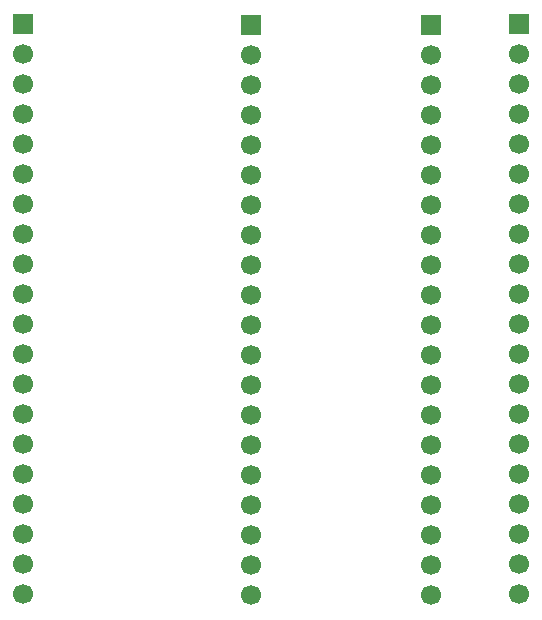
<source format=gbr>
%TF.GenerationSoftware,KiCad,Pcbnew,9.0.2*%
%TF.CreationDate,2025-06-04T00:20:04+07:00*%
%TF.ProjectId,Pneumatic,506e6575-6d61-4746-9963-2e6b69636164,rev?*%
%TF.SameCoordinates,Original*%
%TF.FileFunction,Soldermask,Bot*%
%TF.FilePolarity,Negative*%
%FSLAX46Y46*%
G04 Gerber Fmt 4.6, Leading zero omitted, Abs format (unit mm)*
G04 Created by KiCad (PCBNEW 9.0.2) date 2025-06-04 00:20:04*
%MOMM*%
%LPD*%
G01*
G04 APERTURE LIST*
%ADD10R,1.700000X1.700000*%
%ADD11C,1.700000*%
G04 APERTURE END LIST*
D10*
%TO.C,U1*%
X130556000Y-69088000D03*
D11*
X115336000Y-117348000D03*
X115336000Y-112268000D03*
X130556000Y-74168000D03*
D10*
X115336000Y-69088000D03*
D11*
X115336000Y-71628000D03*
X115336000Y-74168000D03*
X115336000Y-76708000D03*
X115336000Y-79248000D03*
X115336000Y-81788000D03*
X115336000Y-84328000D03*
X115336000Y-86868000D03*
X115336000Y-89408000D03*
X115336000Y-91948000D03*
X115336000Y-94488000D03*
X115336000Y-97028000D03*
X115336000Y-99568000D03*
X115336000Y-102108000D03*
X115336000Y-104648000D03*
X115336000Y-107188000D03*
X115336000Y-109728000D03*
X130556000Y-76708000D03*
X130556000Y-79248000D03*
X130556000Y-81788000D03*
X130556000Y-84328000D03*
X130556000Y-86868000D03*
X130556000Y-89408000D03*
X130556000Y-91948000D03*
X130556000Y-94488000D03*
X130556000Y-97028000D03*
X130556000Y-99568000D03*
X130556000Y-102108000D03*
X130556000Y-104648000D03*
X130556000Y-107188000D03*
X130556000Y-109728000D03*
X130556000Y-112268000D03*
X130556000Y-114808000D03*
X130556000Y-117348000D03*
X115336000Y-114808000D03*
X130556000Y-71628000D03*
%TD*%
D10*
%TO.C,J2*%
X138000000Y-69000000D03*
D11*
X138000000Y-71540000D03*
X138000000Y-74080000D03*
X138000000Y-76620000D03*
X138000000Y-79160000D03*
X138000000Y-81700000D03*
X138000000Y-84240000D03*
X138000000Y-86780000D03*
X138000000Y-89320000D03*
X138000000Y-91860000D03*
X138000000Y-94400000D03*
X138000000Y-96940000D03*
X138000000Y-99480000D03*
X138000000Y-102020000D03*
X138000000Y-104560000D03*
X138000000Y-107100000D03*
X138000000Y-109640000D03*
X138000000Y-112180000D03*
X138000000Y-114720000D03*
X138000000Y-117260000D03*
%TD*%
D10*
%TO.C,J1*%
X96000000Y-69000000D03*
D11*
X96000000Y-71540000D03*
X96000000Y-74080000D03*
X96000000Y-76620000D03*
X96000000Y-79160000D03*
X96000000Y-81700000D03*
X96000000Y-84240000D03*
X96000000Y-86780000D03*
X96000000Y-89320000D03*
X96000000Y-91860000D03*
X96000000Y-94400000D03*
X96000000Y-96940000D03*
X96000000Y-99480000D03*
X96000000Y-102020000D03*
X96000000Y-104560000D03*
X96000000Y-107100000D03*
X96000000Y-109640000D03*
X96000000Y-112180000D03*
X96000000Y-114720000D03*
X96000000Y-117260000D03*
%TD*%
M02*

</source>
